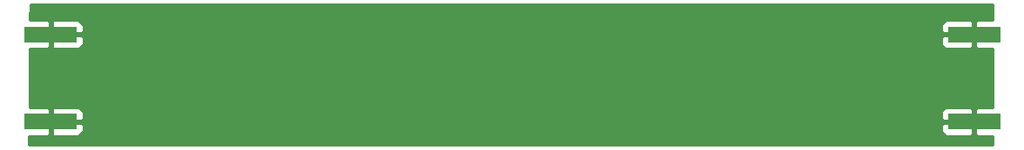
<source format=gbr>
G04 #@! TF.GenerationSoftware,KiCad,Pcbnew,(6.0.0-rc1-dev-305-gf0b8b21)*
G04 #@! TF.CreationDate,2020-01-15T10:01:43-08:00*
G04 #@! TF.ProjectId,_saved_Untitled,5F73617665645F556E7469746C65642E,rev?*
G04 #@! TF.SameCoordinates,Original*
G04 #@! TF.FileFunction,Copper,L2,Bot,Signal*
G04 #@! TF.FilePolarity,Positive*
%FSLAX46Y46*%
G04 Gerber Fmt 4.6, Leading zero omitted, Abs format (unit mm)*
G04 Created by KiCad (PCBNEW (6.0.0-rc1-dev-305-gf0b8b21)) date Wednesday, January 15, 2020 at 10:01:43 AM*
%MOMM*%
%LPD*%
G01*
G04 APERTURE LIST*
G04 #@! TA.AperFunction,SMDPad,CuDef*
%ADD10R,5.080000X1.500000*%
G04 #@! TD*
G04 #@! TA.AperFunction,Conductor*
%ADD11C,0.254000*%
G04 #@! TD*
G04 APERTURE END LIST*
D10*
G04 #@! TO.P,J1,2*
G04 #@! TO.N,GND*
X107696000Y-66480000D03*
X107696000Y-57980000D03*
G04 #@! TD*
G04 #@! TO.P,J2,2*
G04 #@! TO.N,GND*
X197485000Y-66480000D03*
X197485000Y-57980000D03*
G04 #@! TD*
D11*
G04 #@! TO.N,GND*
G36*
X199340001Y-56595000D02*
X197770750Y-56595000D01*
X197612000Y-56753750D01*
X197612000Y-57853000D01*
X197632000Y-57853000D01*
X197632000Y-58107000D01*
X197612000Y-58107000D01*
X197612000Y-59206250D01*
X197770750Y-59365000D01*
X199340001Y-59365000D01*
X199340000Y-65095000D01*
X197770750Y-65095000D01*
X197612000Y-65253750D01*
X197612000Y-66353000D01*
X197632000Y-66353000D01*
X197632000Y-66607000D01*
X197612000Y-66607000D01*
X197612000Y-67706250D01*
X197770750Y-67865000D01*
X199340000Y-67865000D01*
X199340000Y-68784000D01*
X105592780Y-68784000D01*
X105600502Y-67865000D01*
X107410250Y-67865000D01*
X107569000Y-67706250D01*
X107569000Y-66607000D01*
X107823000Y-66607000D01*
X107823000Y-67706250D01*
X107981750Y-67865000D01*
X110362310Y-67865000D01*
X110595699Y-67768327D01*
X110774327Y-67589698D01*
X110871000Y-67356309D01*
X110871000Y-66765750D01*
X194310000Y-66765750D01*
X194310000Y-67356309D01*
X194406673Y-67589698D01*
X194585301Y-67768327D01*
X194818690Y-67865000D01*
X197199250Y-67865000D01*
X197358000Y-67706250D01*
X197358000Y-66607000D01*
X194468750Y-66607000D01*
X194310000Y-66765750D01*
X110871000Y-66765750D01*
X110712250Y-66607000D01*
X107823000Y-66607000D01*
X107569000Y-66607000D01*
X107549000Y-66607000D01*
X107549000Y-66353000D01*
X107569000Y-66353000D01*
X107569000Y-65253750D01*
X107823000Y-65253750D01*
X107823000Y-66353000D01*
X110712250Y-66353000D01*
X110871000Y-66194250D01*
X110871000Y-65603691D01*
X194310000Y-65603691D01*
X194310000Y-66194250D01*
X194468750Y-66353000D01*
X197358000Y-66353000D01*
X197358000Y-65253750D01*
X197199250Y-65095000D01*
X194818690Y-65095000D01*
X194585301Y-65191673D01*
X194406673Y-65370302D01*
X194310000Y-65603691D01*
X110871000Y-65603691D01*
X110774327Y-65370302D01*
X110595699Y-65191673D01*
X110362310Y-65095000D01*
X107981750Y-65095000D01*
X107823000Y-65253750D01*
X107569000Y-65253750D01*
X107410250Y-65095000D01*
X105623780Y-65095000D01*
X105671931Y-59365000D01*
X107410250Y-59365000D01*
X107569000Y-59206250D01*
X107569000Y-58107000D01*
X107823000Y-58107000D01*
X107823000Y-59206250D01*
X107981750Y-59365000D01*
X110362310Y-59365000D01*
X110595699Y-59268327D01*
X110774327Y-59089698D01*
X110871000Y-58856309D01*
X110871000Y-58265750D01*
X194310000Y-58265750D01*
X194310000Y-58856309D01*
X194406673Y-59089698D01*
X194585301Y-59268327D01*
X194818690Y-59365000D01*
X197199250Y-59365000D01*
X197358000Y-59206250D01*
X197358000Y-58107000D01*
X194468750Y-58107000D01*
X194310000Y-58265750D01*
X110871000Y-58265750D01*
X110712250Y-58107000D01*
X107823000Y-58107000D01*
X107569000Y-58107000D01*
X107549000Y-58107000D01*
X107549000Y-57853000D01*
X107569000Y-57853000D01*
X107569000Y-56753750D01*
X107823000Y-56753750D01*
X107823000Y-57853000D01*
X110712250Y-57853000D01*
X110871000Y-57694250D01*
X110871000Y-57103691D01*
X194310000Y-57103691D01*
X194310000Y-57694250D01*
X194468750Y-57853000D01*
X197358000Y-57853000D01*
X197358000Y-56753750D01*
X197199250Y-56595000D01*
X194818690Y-56595000D01*
X194585301Y-56691673D01*
X194406673Y-56870302D01*
X194310000Y-57103691D01*
X110871000Y-57103691D01*
X110774327Y-56870302D01*
X110595699Y-56691673D01*
X110362310Y-56595000D01*
X107981750Y-56595000D01*
X107823000Y-56753750D01*
X107569000Y-56753750D01*
X107410250Y-56595000D01*
X105695208Y-56595000D01*
X105708267Y-55041000D01*
X199340001Y-55041000D01*
X199340001Y-56595000D01*
X199340001Y-56595000D01*
G37*
X199340001Y-56595000D02*
X197770750Y-56595000D01*
X197612000Y-56753750D01*
X197612000Y-57853000D01*
X197632000Y-57853000D01*
X197632000Y-58107000D01*
X197612000Y-58107000D01*
X197612000Y-59206250D01*
X197770750Y-59365000D01*
X199340001Y-59365000D01*
X199340000Y-65095000D01*
X197770750Y-65095000D01*
X197612000Y-65253750D01*
X197612000Y-66353000D01*
X197632000Y-66353000D01*
X197632000Y-66607000D01*
X197612000Y-66607000D01*
X197612000Y-67706250D01*
X197770750Y-67865000D01*
X199340000Y-67865000D01*
X199340000Y-68784000D01*
X105592780Y-68784000D01*
X105600502Y-67865000D01*
X107410250Y-67865000D01*
X107569000Y-67706250D01*
X107569000Y-66607000D01*
X107823000Y-66607000D01*
X107823000Y-67706250D01*
X107981750Y-67865000D01*
X110362310Y-67865000D01*
X110595699Y-67768327D01*
X110774327Y-67589698D01*
X110871000Y-67356309D01*
X110871000Y-66765750D01*
X194310000Y-66765750D01*
X194310000Y-67356309D01*
X194406673Y-67589698D01*
X194585301Y-67768327D01*
X194818690Y-67865000D01*
X197199250Y-67865000D01*
X197358000Y-67706250D01*
X197358000Y-66607000D01*
X194468750Y-66607000D01*
X194310000Y-66765750D01*
X110871000Y-66765750D01*
X110712250Y-66607000D01*
X107823000Y-66607000D01*
X107569000Y-66607000D01*
X107549000Y-66607000D01*
X107549000Y-66353000D01*
X107569000Y-66353000D01*
X107569000Y-65253750D01*
X107823000Y-65253750D01*
X107823000Y-66353000D01*
X110712250Y-66353000D01*
X110871000Y-66194250D01*
X110871000Y-65603691D01*
X194310000Y-65603691D01*
X194310000Y-66194250D01*
X194468750Y-66353000D01*
X197358000Y-66353000D01*
X197358000Y-65253750D01*
X197199250Y-65095000D01*
X194818690Y-65095000D01*
X194585301Y-65191673D01*
X194406673Y-65370302D01*
X194310000Y-65603691D01*
X110871000Y-65603691D01*
X110774327Y-65370302D01*
X110595699Y-65191673D01*
X110362310Y-65095000D01*
X107981750Y-65095000D01*
X107823000Y-65253750D01*
X107569000Y-65253750D01*
X107410250Y-65095000D01*
X105623780Y-65095000D01*
X105671931Y-59365000D01*
X107410250Y-59365000D01*
X107569000Y-59206250D01*
X107569000Y-58107000D01*
X107823000Y-58107000D01*
X107823000Y-59206250D01*
X107981750Y-59365000D01*
X110362310Y-59365000D01*
X110595699Y-59268327D01*
X110774327Y-59089698D01*
X110871000Y-58856309D01*
X110871000Y-58265750D01*
X194310000Y-58265750D01*
X194310000Y-58856309D01*
X194406673Y-59089698D01*
X194585301Y-59268327D01*
X194818690Y-59365000D01*
X197199250Y-59365000D01*
X197358000Y-59206250D01*
X197358000Y-58107000D01*
X194468750Y-58107000D01*
X194310000Y-58265750D01*
X110871000Y-58265750D01*
X110712250Y-58107000D01*
X107823000Y-58107000D01*
X107569000Y-58107000D01*
X107549000Y-58107000D01*
X107549000Y-57853000D01*
X107569000Y-57853000D01*
X107569000Y-56753750D01*
X107823000Y-56753750D01*
X107823000Y-57853000D01*
X110712250Y-57853000D01*
X110871000Y-57694250D01*
X110871000Y-57103691D01*
X194310000Y-57103691D01*
X194310000Y-57694250D01*
X194468750Y-57853000D01*
X197358000Y-57853000D01*
X197358000Y-56753750D01*
X197199250Y-56595000D01*
X194818690Y-56595000D01*
X194585301Y-56691673D01*
X194406673Y-56870302D01*
X194310000Y-57103691D01*
X110871000Y-57103691D01*
X110774327Y-56870302D01*
X110595699Y-56691673D01*
X110362310Y-56595000D01*
X107981750Y-56595000D01*
X107823000Y-56753750D01*
X107569000Y-56753750D01*
X107410250Y-56595000D01*
X105695208Y-56595000D01*
X105708267Y-55041000D01*
X199340001Y-55041000D01*
X199340001Y-56595000D01*
G04 #@! TD*
M02*

</source>
